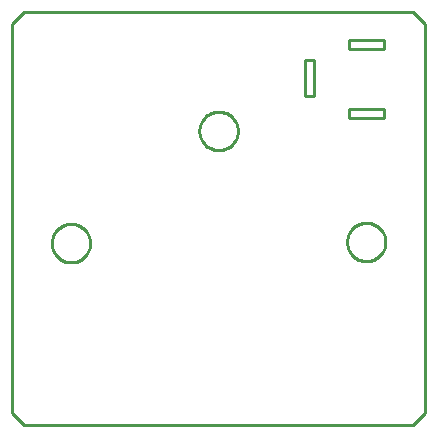
<source format=gko>
G04 EAGLE Gerber RS-274X export*
G75*
%MOMM*%
%FSLAX34Y34*%
%LPD*%
%IN*%
%IPPOS*%
%AMOC8*
5,1,8,0,0,1.08239X$1,22.5*%
G01*
%ADD10C,0.254000*%


D10*
X0Y10000D02*
X10000Y0D01*
X340000Y0D01*
X350000Y10000D01*
X350000Y340000D01*
X340000Y350000D01*
X10000Y350000D01*
X0Y340000D01*
X0Y10000D01*
X248000Y279000D02*
X256000Y279000D01*
X256000Y309000D01*
X248000Y309000D01*
X248000Y279000D01*
X285000Y260000D02*
X315000Y260000D01*
X315000Y268000D01*
X285000Y268000D01*
X285000Y260000D01*
X285000Y318000D02*
X315000Y318000D01*
X315000Y326000D01*
X285000Y326000D01*
X285000Y318000D01*
X316250Y154468D02*
X316180Y153406D01*
X316042Y152352D01*
X315834Y151308D01*
X315559Y150280D01*
X315217Y149273D01*
X314809Y148290D01*
X314339Y147336D01*
X313807Y146414D01*
X313216Y145530D01*
X312568Y144686D01*
X311867Y143886D01*
X311114Y143133D01*
X310314Y142432D01*
X309470Y141784D01*
X308586Y141193D01*
X307664Y140661D01*
X306710Y140191D01*
X305727Y139783D01*
X304720Y139441D01*
X303692Y139166D01*
X302648Y138958D01*
X301594Y138820D01*
X300532Y138750D01*
X299468Y138750D01*
X298406Y138820D01*
X297352Y138958D01*
X296308Y139166D01*
X295280Y139441D01*
X294273Y139783D01*
X293290Y140191D01*
X292336Y140661D01*
X291414Y141193D01*
X290530Y141784D01*
X289686Y142432D01*
X288886Y143133D01*
X288133Y143886D01*
X287432Y144686D01*
X286784Y145530D01*
X286193Y146414D01*
X285661Y147336D01*
X285191Y148290D01*
X284783Y149273D01*
X284441Y150280D01*
X284166Y151308D01*
X283958Y152352D01*
X283820Y153406D01*
X283750Y154468D01*
X283750Y155532D01*
X283820Y156594D01*
X283958Y157648D01*
X284166Y158692D01*
X284441Y159720D01*
X284783Y160727D01*
X285191Y161710D01*
X285661Y162664D01*
X286193Y163586D01*
X286784Y164470D01*
X287432Y165314D01*
X288133Y166114D01*
X288886Y166867D01*
X289686Y167568D01*
X290530Y168216D01*
X291414Y168807D01*
X292336Y169339D01*
X293290Y169809D01*
X294273Y170217D01*
X295280Y170559D01*
X296308Y170834D01*
X297352Y171042D01*
X298406Y171180D01*
X299468Y171250D01*
X300532Y171250D01*
X301594Y171180D01*
X302648Y171042D01*
X303692Y170834D01*
X304720Y170559D01*
X305727Y170217D01*
X306710Y169809D01*
X307664Y169339D01*
X308586Y168807D01*
X309470Y168216D01*
X310314Y167568D01*
X311114Y166867D01*
X311867Y166114D01*
X312568Y165314D01*
X313216Y164470D01*
X313807Y163586D01*
X314339Y162664D01*
X314809Y161710D01*
X315217Y160727D01*
X315559Y159720D01*
X315834Y158692D01*
X316042Y157648D01*
X316180Y156594D01*
X316250Y155532D01*
X316250Y154468D01*
X66250Y153468D02*
X66180Y152406D01*
X66042Y151352D01*
X65834Y150308D01*
X65559Y149280D01*
X65217Y148273D01*
X64809Y147290D01*
X64339Y146336D01*
X63807Y145414D01*
X63216Y144530D01*
X62568Y143686D01*
X61867Y142886D01*
X61114Y142133D01*
X60314Y141432D01*
X59470Y140784D01*
X58586Y140193D01*
X57664Y139661D01*
X56710Y139191D01*
X55727Y138783D01*
X54720Y138441D01*
X53692Y138166D01*
X52648Y137958D01*
X51594Y137820D01*
X50532Y137750D01*
X49468Y137750D01*
X48406Y137820D01*
X47352Y137958D01*
X46308Y138166D01*
X45280Y138441D01*
X44273Y138783D01*
X43290Y139191D01*
X42336Y139661D01*
X41414Y140193D01*
X40530Y140784D01*
X39686Y141432D01*
X38886Y142133D01*
X38133Y142886D01*
X37432Y143686D01*
X36784Y144530D01*
X36193Y145414D01*
X35661Y146336D01*
X35191Y147290D01*
X34783Y148273D01*
X34441Y149280D01*
X34166Y150308D01*
X33958Y151352D01*
X33820Y152406D01*
X33750Y153468D01*
X33750Y154532D01*
X33820Y155594D01*
X33958Y156648D01*
X34166Y157692D01*
X34441Y158720D01*
X34783Y159727D01*
X35191Y160710D01*
X35661Y161664D01*
X36193Y162586D01*
X36784Y163470D01*
X37432Y164314D01*
X38133Y165114D01*
X38886Y165867D01*
X39686Y166568D01*
X40530Y167216D01*
X41414Y167807D01*
X42336Y168339D01*
X43290Y168809D01*
X44273Y169217D01*
X45280Y169559D01*
X46308Y169834D01*
X47352Y170042D01*
X48406Y170180D01*
X49468Y170250D01*
X50532Y170250D01*
X51594Y170180D01*
X52648Y170042D01*
X53692Y169834D01*
X54720Y169559D01*
X55727Y169217D01*
X56710Y168809D01*
X57664Y168339D01*
X58586Y167807D01*
X59470Y167216D01*
X60314Y166568D01*
X61114Y165867D01*
X61867Y165114D01*
X62568Y164314D01*
X63216Y163470D01*
X63807Y162586D01*
X64339Y161664D01*
X64809Y160710D01*
X65217Y159727D01*
X65559Y158720D01*
X65834Y157692D01*
X66042Y156648D01*
X66180Y155594D01*
X66250Y154532D01*
X66250Y153468D01*
X191250Y248468D02*
X191180Y247406D01*
X191042Y246352D01*
X190834Y245308D01*
X190559Y244280D01*
X190217Y243273D01*
X189809Y242290D01*
X189339Y241336D01*
X188807Y240414D01*
X188216Y239530D01*
X187568Y238686D01*
X186867Y237886D01*
X186114Y237133D01*
X185314Y236432D01*
X184470Y235784D01*
X183586Y235193D01*
X182664Y234661D01*
X181710Y234191D01*
X180727Y233783D01*
X179720Y233441D01*
X178692Y233166D01*
X177648Y232958D01*
X176594Y232820D01*
X175532Y232750D01*
X174468Y232750D01*
X173406Y232820D01*
X172352Y232958D01*
X171308Y233166D01*
X170280Y233441D01*
X169273Y233783D01*
X168290Y234191D01*
X167336Y234661D01*
X166414Y235193D01*
X165530Y235784D01*
X164686Y236432D01*
X163886Y237133D01*
X163133Y237886D01*
X162432Y238686D01*
X161784Y239530D01*
X161193Y240414D01*
X160661Y241336D01*
X160191Y242290D01*
X159783Y243273D01*
X159441Y244280D01*
X159166Y245308D01*
X158958Y246352D01*
X158820Y247406D01*
X158750Y248468D01*
X158750Y249532D01*
X158820Y250594D01*
X158958Y251648D01*
X159166Y252692D01*
X159441Y253720D01*
X159783Y254727D01*
X160191Y255710D01*
X160661Y256664D01*
X161193Y257586D01*
X161784Y258470D01*
X162432Y259314D01*
X163133Y260114D01*
X163886Y260867D01*
X164686Y261568D01*
X165530Y262216D01*
X166414Y262807D01*
X167336Y263339D01*
X168290Y263809D01*
X169273Y264217D01*
X170280Y264559D01*
X171308Y264834D01*
X172352Y265042D01*
X173406Y265180D01*
X174468Y265250D01*
X175532Y265250D01*
X176594Y265180D01*
X177648Y265042D01*
X178692Y264834D01*
X179720Y264559D01*
X180727Y264217D01*
X181710Y263809D01*
X182664Y263339D01*
X183586Y262807D01*
X184470Y262216D01*
X185314Y261568D01*
X186114Y260867D01*
X186867Y260114D01*
X187568Y259314D01*
X188216Y258470D01*
X188807Y257586D01*
X189339Y256664D01*
X189809Y255710D01*
X190217Y254727D01*
X190559Y253720D01*
X190834Y252692D01*
X191042Y251648D01*
X191180Y250594D01*
X191250Y249532D01*
X191250Y248468D01*
M02*

</source>
